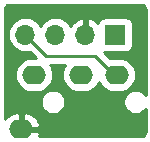
<source format=gbl>
G04 #@! TF.GenerationSoftware,KiCad,Pcbnew,5.1.2-f72e74a~84~ubuntu16.04.1*
G04 #@! TF.CreationDate,2019-05-05T13:09:47-04:00*
G04 #@! TF.ProjectId,gy-521_trrs_pcb,67792d35-3231-45f7-9472-72735f706362,1.0*
G04 #@! TF.SameCoordinates,Original*
G04 #@! TF.FileFunction,Copper,L2,Bot*
G04 #@! TF.FilePolarity,Positive*
%FSLAX46Y46*%
G04 Gerber Fmt 4.6, Leading zero omitted, Abs format (unit mm)*
G04 Created by KiCad (PCBNEW 5.1.2-f72e74a~84~ubuntu16.04.1) date 2019-05-05 13:09:47*
%MOMM*%
%LPD*%
G04 APERTURE LIST*
%ADD10O,2.000000X1.600000*%
%ADD11O,1.700000X1.700000*%
%ADD12R,1.700000X1.700000*%
%ADD13C,0.250000*%
%ADD14C,0.254000*%
G04 APERTURE END LIST*
D10*
X149330000Y-99590000D03*
X150430000Y-94990000D03*
X157430000Y-94990000D03*
X154430000Y-94990000D03*
D11*
X149707600Y-91592400D03*
X152247600Y-91592400D03*
X154787600Y-91592400D03*
D12*
X157327600Y-91592400D03*
D13*
X150430000Y-94550000D02*
X150430000Y-94990000D01*
X149707600Y-91592400D02*
X151485600Y-93370400D01*
X157230000Y-94990000D02*
X157430000Y-94990000D01*
X155610400Y-93370400D02*
X157230000Y-94990000D01*
X151485600Y-93370400D02*
X155610400Y-93370400D01*
D14*
G36*
X159580533Y-89061885D02*
G01*
X159646457Y-89081789D01*
X159707255Y-89114115D01*
X159760619Y-89157639D01*
X159804512Y-89210696D01*
X159837266Y-89271271D01*
X159857628Y-89337053D01*
X159868001Y-89435740D01*
X159868000Y-96681205D01*
X159833937Y-96630226D01*
X159689774Y-96486063D01*
X159520256Y-96372795D01*
X159331898Y-96294774D01*
X159131939Y-96255000D01*
X158928061Y-96255000D01*
X158728102Y-96294774D01*
X158539744Y-96372795D01*
X158370226Y-96486063D01*
X158226063Y-96630226D01*
X158112795Y-96799744D01*
X158034774Y-96988102D01*
X157995000Y-97188061D01*
X157995000Y-97391939D01*
X158034774Y-97591898D01*
X158112795Y-97780256D01*
X158226063Y-97949774D01*
X158370226Y-98093937D01*
X158539744Y-98207205D01*
X158728102Y-98285226D01*
X158928061Y-98325000D01*
X159131939Y-98325000D01*
X159331898Y-98285226D01*
X159520256Y-98207205D01*
X159689774Y-98093937D01*
X159833937Y-97949774D01*
X159868000Y-97898795D01*
X159868000Y-99789719D01*
X159858115Y-99890531D01*
X159838211Y-99956458D01*
X159805885Y-100017255D01*
X159762362Y-100070618D01*
X159709300Y-100114515D01*
X159648727Y-100147266D01*
X159582947Y-100167628D01*
X159484269Y-100178000D01*
X150838093Y-100178000D01*
X150911444Y-99996730D01*
X150921904Y-99939039D01*
X150799915Y-99717000D01*
X149457000Y-99717000D01*
X149457000Y-99737000D01*
X149203000Y-99737000D01*
X149203000Y-99717000D01*
X149183000Y-99717000D01*
X149183000Y-99463000D01*
X149203000Y-99463000D01*
X149203000Y-98310526D01*
X149457000Y-98310526D01*
X149457000Y-99463000D01*
X150799915Y-99463000D01*
X150921904Y-99240961D01*
X150911444Y-99183270D01*
X150805551Y-98921579D01*
X150650639Y-98685575D01*
X150452662Y-98484327D01*
X150219227Y-98325570D01*
X149959306Y-98215404D01*
X149682887Y-98158063D01*
X149457000Y-98310526D01*
X149203000Y-98310526D01*
X148977113Y-98158063D01*
X148700694Y-98215404D01*
X148440773Y-98325570D01*
X148207338Y-98484327D01*
X148009361Y-98685575D01*
X147980000Y-98730306D01*
X147980000Y-97188061D01*
X150995000Y-97188061D01*
X150995000Y-97391939D01*
X151034774Y-97591898D01*
X151112795Y-97780256D01*
X151226063Y-97949774D01*
X151370226Y-98093937D01*
X151539744Y-98207205D01*
X151728102Y-98285226D01*
X151928061Y-98325000D01*
X152131939Y-98325000D01*
X152331898Y-98285226D01*
X152520256Y-98207205D01*
X152689774Y-98093937D01*
X152833937Y-97949774D01*
X152947205Y-97780256D01*
X153025226Y-97591898D01*
X153065000Y-97391939D01*
X153065000Y-97188061D01*
X153025226Y-96988102D01*
X152947205Y-96799744D01*
X152833937Y-96630226D01*
X152689774Y-96486063D01*
X152520256Y-96372795D01*
X152331898Y-96294774D01*
X152131939Y-96255000D01*
X151928061Y-96255000D01*
X151728102Y-96294774D01*
X151539744Y-96372795D01*
X151370226Y-96486063D01*
X151226063Y-96630226D01*
X151112795Y-96799744D01*
X151034774Y-96988102D01*
X150995000Y-97188061D01*
X147980000Y-97188061D01*
X147980000Y-91592400D01*
X148215415Y-91592400D01*
X148244087Y-91883511D01*
X148329001Y-92163434D01*
X148466894Y-92421414D01*
X148652466Y-92647534D01*
X148878586Y-92833106D01*
X149136566Y-92970999D01*
X149416489Y-93055913D01*
X149634650Y-93077400D01*
X149780550Y-93077400D01*
X149998711Y-93055913D01*
X150073595Y-93033197D01*
X150595398Y-93555000D01*
X150159508Y-93555000D01*
X149948691Y-93575764D01*
X149678192Y-93657818D01*
X149428899Y-93791068D01*
X149210392Y-93970392D01*
X149031068Y-94188899D01*
X148897818Y-94438192D01*
X148815764Y-94708691D01*
X148788057Y-94990000D01*
X148815764Y-95271309D01*
X148897818Y-95541808D01*
X149031068Y-95791101D01*
X149210392Y-96009608D01*
X149428899Y-96188932D01*
X149678192Y-96322182D01*
X149948691Y-96404236D01*
X150159508Y-96425000D01*
X150700492Y-96425000D01*
X150911309Y-96404236D01*
X151181808Y-96322182D01*
X151431101Y-96188932D01*
X151649608Y-96009608D01*
X151828932Y-95791101D01*
X151962182Y-95541808D01*
X152044236Y-95271309D01*
X152071943Y-94990000D01*
X152044236Y-94708691D01*
X151962182Y-94438192D01*
X151828932Y-94188899D01*
X151780923Y-94130400D01*
X153079077Y-94130400D01*
X153031068Y-94188899D01*
X152897818Y-94438192D01*
X152815764Y-94708691D01*
X152788057Y-94990000D01*
X152815764Y-95271309D01*
X152897818Y-95541808D01*
X153031068Y-95791101D01*
X153210392Y-96009608D01*
X153428899Y-96188932D01*
X153678192Y-96322182D01*
X153948691Y-96404236D01*
X154159508Y-96425000D01*
X154700492Y-96425000D01*
X154911309Y-96404236D01*
X155181808Y-96322182D01*
X155431101Y-96188932D01*
X155649608Y-96009608D01*
X155828932Y-95791101D01*
X155930000Y-95602016D01*
X156031068Y-95791101D01*
X156210392Y-96009608D01*
X156428899Y-96188932D01*
X156678192Y-96322182D01*
X156948691Y-96404236D01*
X157159508Y-96425000D01*
X157700492Y-96425000D01*
X157911309Y-96404236D01*
X158181808Y-96322182D01*
X158431101Y-96188932D01*
X158649608Y-96009608D01*
X158828932Y-95791101D01*
X158962182Y-95541808D01*
X159044236Y-95271309D01*
X159071943Y-94990000D01*
X159044236Y-94708691D01*
X158962182Y-94438192D01*
X158828932Y-94188899D01*
X158649608Y-93970392D01*
X158431101Y-93791068D01*
X158181808Y-93657818D01*
X157911309Y-93575764D01*
X157700492Y-93555000D01*
X157159508Y-93555000D01*
X156948691Y-93575764D01*
X156904094Y-93589292D01*
X156386279Y-93071478D01*
X156477600Y-93080472D01*
X158177600Y-93080472D01*
X158302082Y-93068212D01*
X158421780Y-93031902D01*
X158532094Y-92972937D01*
X158628785Y-92893585D01*
X158708137Y-92796894D01*
X158767102Y-92686580D01*
X158803412Y-92566882D01*
X158815672Y-92442400D01*
X158815672Y-90742400D01*
X158803412Y-90617918D01*
X158767102Y-90498220D01*
X158708137Y-90387906D01*
X158628785Y-90291215D01*
X158532094Y-90211863D01*
X158421780Y-90152898D01*
X158302082Y-90116588D01*
X158177600Y-90104328D01*
X156477600Y-90104328D01*
X156353118Y-90116588D01*
X156233420Y-90152898D01*
X156123106Y-90211863D01*
X156026415Y-90291215D01*
X155947063Y-90387906D01*
X155888098Y-90498220D01*
X155863634Y-90578866D01*
X155787869Y-90494812D01*
X155554520Y-90320759D01*
X155291699Y-90195575D01*
X155144490Y-90150924D01*
X154914600Y-90272245D01*
X154914600Y-91465400D01*
X154934600Y-91465400D01*
X154934600Y-91719400D01*
X154914600Y-91719400D01*
X154914600Y-91739400D01*
X154660600Y-91739400D01*
X154660600Y-91719400D01*
X154640600Y-91719400D01*
X154640600Y-91465400D01*
X154660600Y-91465400D01*
X154660600Y-90272245D01*
X154430710Y-90150924D01*
X154283501Y-90195575D01*
X154020680Y-90320759D01*
X153787331Y-90494812D01*
X153592422Y-90711045D01*
X153522801Y-90827923D01*
X153488306Y-90763386D01*
X153302734Y-90537266D01*
X153076614Y-90351694D01*
X152818634Y-90213801D01*
X152538711Y-90128887D01*
X152320550Y-90107400D01*
X152174650Y-90107400D01*
X151956489Y-90128887D01*
X151676566Y-90213801D01*
X151418586Y-90351694D01*
X151192466Y-90537266D01*
X151006894Y-90763386D01*
X150977600Y-90818191D01*
X150948306Y-90763386D01*
X150762734Y-90537266D01*
X150536614Y-90351694D01*
X150278634Y-90213801D01*
X149998711Y-90128887D01*
X149780550Y-90107400D01*
X149634650Y-90107400D01*
X149416489Y-90128887D01*
X149136566Y-90213801D01*
X148878586Y-90351694D01*
X148652466Y-90537266D01*
X148466894Y-90763386D01*
X148329001Y-91021366D01*
X148244087Y-91301289D01*
X148215415Y-91592400D01*
X147980000Y-91592400D01*
X147980000Y-89440281D01*
X147989885Y-89339467D01*
X148009789Y-89273543D01*
X148042115Y-89212745D01*
X148085639Y-89159381D01*
X148138696Y-89115488D01*
X148199271Y-89082734D01*
X148265053Y-89062372D01*
X148363730Y-89052000D01*
X159479719Y-89052000D01*
X159580533Y-89061885D01*
X159580533Y-89061885D01*
G37*
X159580533Y-89061885D02*
X159646457Y-89081789D01*
X159707255Y-89114115D01*
X159760619Y-89157639D01*
X159804512Y-89210696D01*
X159837266Y-89271271D01*
X159857628Y-89337053D01*
X159868001Y-89435740D01*
X159868000Y-96681205D01*
X159833937Y-96630226D01*
X159689774Y-96486063D01*
X159520256Y-96372795D01*
X159331898Y-96294774D01*
X159131939Y-96255000D01*
X158928061Y-96255000D01*
X158728102Y-96294774D01*
X158539744Y-96372795D01*
X158370226Y-96486063D01*
X158226063Y-96630226D01*
X158112795Y-96799744D01*
X158034774Y-96988102D01*
X157995000Y-97188061D01*
X157995000Y-97391939D01*
X158034774Y-97591898D01*
X158112795Y-97780256D01*
X158226063Y-97949774D01*
X158370226Y-98093937D01*
X158539744Y-98207205D01*
X158728102Y-98285226D01*
X158928061Y-98325000D01*
X159131939Y-98325000D01*
X159331898Y-98285226D01*
X159520256Y-98207205D01*
X159689774Y-98093937D01*
X159833937Y-97949774D01*
X159868000Y-97898795D01*
X159868000Y-99789719D01*
X159858115Y-99890531D01*
X159838211Y-99956458D01*
X159805885Y-100017255D01*
X159762362Y-100070618D01*
X159709300Y-100114515D01*
X159648727Y-100147266D01*
X159582947Y-100167628D01*
X159484269Y-100178000D01*
X150838093Y-100178000D01*
X150911444Y-99996730D01*
X150921904Y-99939039D01*
X150799915Y-99717000D01*
X149457000Y-99717000D01*
X149457000Y-99737000D01*
X149203000Y-99737000D01*
X149203000Y-99717000D01*
X149183000Y-99717000D01*
X149183000Y-99463000D01*
X149203000Y-99463000D01*
X149203000Y-98310526D01*
X149457000Y-98310526D01*
X149457000Y-99463000D01*
X150799915Y-99463000D01*
X150921904Y-99240961D01*
X150911444Y-99183270D01*
X150805551Y-98921579D01*
X150650639Y-98685575D01*
X150452662Y-98484327D01*
X150219227Y-98325570D01*
X149959306Y-98215404D01*
X149682887Y-98158063D01*
X149457000Y-98310526D01*
X149203000Y-98310526D01*
X148977113Y-98158063D01*
X148700694Y-98215404D01*
X148440773Y-98325570D01*
X148207338Y-98484327D01*
X148009361Y-98685575D01*
X147980000Y-98730306D01*
X147980000Y-97188061D01*
X150995000Y-97188061D01*
X150995000Y-97391939D01*
X151034774Y-97591898D01*
X151112795Y-97780256D01*
X151226063Y-97949774D01*
X151370226Y-98093937D01*
X151539744Y-98207205D01*
X151728102Y-98285226D01*
X151928061Y-98325000D01*
X152131939Y-98325000D01*
X152331898Y-98285226D01*
X152520256Y-98207205D01*
X152689774Y-98093937D01*
X152833937Y-97949774D01*
X152947205Y-97780256D01*
X153025226Y-97591898D01*
X153065000Y-97391939D01*
X153065000Y-97188061D01*
X153025226Y-96988102D01*
X152947205Y-96799744D01*
X152833937Y-96630226D01*
X152689774Y-96486063D01*
X152520256Y-96372795D01*
X152331898Y-96294774D01*
X152131939Y-96255000D01*
X151928061Y-96255000D01*
X151728102Y-96294774D01*
X151539744Y-96372795D01*
X151370226Y-96486063D01*
X151226063Y-96630226D01*
X151112795Y-96799744D01*
X151034774Y-96988102D01*
X150995000Y-97188061D01*
X147980000Y-97188061D01*
X147980000Y-91592400D01*
X148215415Y-91592400D01*
X148244087Y-91883511D01*
X148329001Y-92163434D01*
X148466894Y-92421414D01*
X148652466Y-92647534D01*
X148878586Y-92833106D01*
X149136566Y-92970999D01*
X149416489Y-93055913D01*
X149634650Y-93077400D01*
X149780550Y-93077400D01*
X149998711Y-93055913D01*
X150073595Y-93033197D01*
X150595398Y-93555000D01*
X150159508Y-93555000D01*
X149948691Y-93575764D01*
X149678192Y-93657818D01*
X149428899Y-93791068D01*
X149210392Y-93970392D01*
X149031068Y-94188899D01*
X148897818Y-94438192D01*
X148815764Y-94708691D01*
X148788057Y-94990000D01*
X148815764Y-95271309D01*
X148897818Y-95541808D01*
X149031068Y-95791101D01*
X149210392Y-96009608D01*
X149428899Y-96188932D01*
X149678192Y-96322182D01*
X149948691Y-96404236D01*
X150159508Y-96425000D01*
X150700492Y-96425000D01*
X150911309Y-96404236D01*
X151181808Y-96322182D01*
X151431101Y-96188932D01*
X151649608Y-96009608D01*
X151828932Y-95791101D01*
X151962182Y-95541808D01*
X152044236Y-95271309D01*
X152071943Y-94990000D01*
X152044236Y-94708691D01*
X151962182Y-94438192D01*
X151828932Y-94188899D01*
X151780923Y-94130400D01*
X153079077Y-94130400D01*
X153031068Y-94188899D01*
X152897818Y-94438192D01*
X152815764Y-94708691D01*
X152788057Y-94990000D01*
X152815764Y-95271309D01*
X152897818Y-95541808D01*
X153031068Y-95791101D01*
X153210392Y-96009608D01*
X153428899Y-96188932D01*
X153678192Y-96322182D01*
X153948691Y-96404236D01*
X154159508Y-96425000D01*
X154700492Y-96425000D01*
X154911309Y-96404236D01*
X155181808Y-96322182D01*
X155431101Y-96188932D01*
X155649608Y-96009608D01*
X155828932Y-95791101D01*
X155930000Y-95602016D01*
X156031068Y-95791101D01*
X156210392Y-96009608D01*
X156428899Y-96188932D01*
X156678192Y-96322182D01*
X156948691Y-96404236D01*
X157159508Y-96425000D01*
X157700492Y-96425000D01*
X157911309Y-96404236D01*
X158181808Y-96322182D01*
X158431101Y-96188932D01*
X158649608Y-96009608D01*
X158828932Y-95791101D01*
X158962182Y-95541808D01*
X159044236Y-95271309D01*
X159071943Y-94990000D01*
X159044236Y-94708691D01*
X158962182Y-94438192D01*
X158828932Y-94188899D01*
X158649608Y-93970392D01*
X158431101Y-93791068D01*
X158181808Y-93657818D01*
X157911309Y-93575764D01*
X157700492Y-93555000D01*
X157159508Y-93555000D01*
X156948691Y-93575764D01*
X156904094Y-93589292D01*
X156386279Y-93071478D01*
X156477600Y-93080472D01*
X158177600Y-93080472D01*
X158302082Y-93068212D01*
X158421780Y-93031902D01*
X158532094Y-92972937D01*
X158628785Y-92893585D01*
X158708137Y-92796894D01*
X158767102Y-92686580D01*
X158803412Y-92566882D01*
X158815672Y-92442400D01*
X158815672Y-90742400D01*
X158803412Y-90617918D01*
X158767102Y-90498220D01*
X158708137Y-90387906D01*
X158628785Y-90291215D01*
X158532094Y-90211863D01*
X158421780Y-90152898D01*
X158302082Y-90116588D01*
X158177600Y-90104328D01*
X156477600Y-90104328D01*
X156353118Y-90116588D01*
X156233420Y-90152898D01*
X156123106Y-90211863D01*
X156026415Y-90291215D01*
X155947063Y-90387906D01*
X155888098Y-90498220D01*
X155863634Y-90578866D01*
X155787869Y-90494812D01*
X155554520Y-90320759D01*
X155291699Y-90195575D01*
X155144490Y-90150924D01*
X154914600Y-90272245D01*
X154914600Y-91465400D01*
X154934600Y-91465400D01*
X154934600Y-91719400D01*
X154914600Y-91719400D01*
X154914600Y-91739400D01*
X154660600Y-91739400D01*
X154660600Y-91719400D01*
X154640600Y-91719400D01*
X154640600Y-91465400D01*
X154660600Y-91465400D01*
X154660600Y-90272245D01*
X154430710Y-90150924D01*
X154283501Y-90195575D01*
X154020680Y-90320759D01*
X153787331Y-90494812D01*
X153592422Y-90711045D01*
X153522801Y-90827923D01*
X153488306Y-90763386D01*
X153302734Y-90537266D01*
X153076614Y-90351694D01*
X152818634Y-90213801D01*
X152538711Y-90128887D01*
X152320550Y-90107400D01*
X152174650Y-90107400D01*
X151956489Y-90128887D01*
X151676566Y-90213801D01*
X151418586Y-90351694D01*
X151192466Y-90537266D01*
X151006894Y-90763386D01*
X150977600Y-90818191D01*
X150948306Y-90763386D01*
X150762734Y-90537266D01*
X150536614Y-90351694D01*
X150278634Y-90213801D01*
X149998711Y-90128887D01*
X149780550Y-90107400D01*
X149634650Y-90107400D01*
X149416489Y-90128887D01*
X149136566Y-90213801D01*
X148878586Y-90351694D01*
X148652466Y-90537266D01*
X148466894Y-90763386D01*
X148329001Y-91021366D01*
X148244087Y-91301289D01*
X148215415Y-91592400D01*
X147980000Y-91592400D01*
X147980000Y-89440281D01*
X147989885Y-89339467D01*
X148009789Y-89273543D01*
X148042115Y-89212745D01*
X148085639Y-89159381D01*
X148138696Y-89115488D01*
X148199271Y-89082734D01*
X148265053Y-89062372D01*
X148363730Y-89052000D01*
X159479719Y-89052000D01*
X159580533Y-89061885D01*
M02*

</source>
